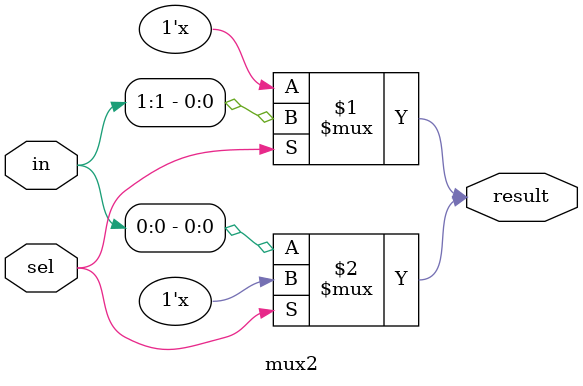
<source format=v>
module mux32 (out, sel, in);
	output out;
	input [4:0] sel;
	input [31:0] in;
	wire [3:0] connect;
	
	//4 8-input muxes composes the 32-input mux
	mux8 myMux8_3 (.result(connect[3]), .sel(sel[2:0]), .in(in[31:24]));
	mux8 myMux8_2 (.result(connect[2]), .sel(sel[2:0]), .in(in[23:16]));
	mux8 myMux8_1 (.result(connect[1]), .sel(sel[2:0]), .in(in[15:8]));
	mux8 myMux8_0 (.result(connect[0]), .sel(sel[2:0]), .in(in[7:0]));
	mux4 myMux4_connect (.result(out), .sel(sel[4:3]), .in(connect[3:0]));

endmodule

// 8-input mux, composed of 4 and 2 input muxes
module mux8 (result, sel, in);
	output result;
	input [2:0] sel;
	input [7:0] in;
	wire [1:0] connect;
	
	mux4 myMux4_1 (.result(connect[1]), .sel(sel[1:0]), .in(in[7:4]));
	mux4 myMux4_0 (.result(connect[0]), .sel(sel[1:0]), .in(in[3:0]));
	mux2 myMux2_connect (.result(result), .sel(sel[2]), .in(connect[1:0]));
	
endmodule

// 4-input mux, composed of 2-input muxes
module mux4 (result, sel, in);
	output result;
	input [1:0] sel;
	input [3:0] in;
	wire [1:0] connect;
	
	mux2 myMux2_1 (.result(connect[1]), .sel(sel[0]), .in(in[3:2]));
	mux2 myMux2_0 (.result(connect[0]), .sel(sel[0]), .in(in[1:0]));
	mux2 myMux2_connect (.result(result), .sel(sel[1]), .in(connect[1:0]));
	
endmodule

// 2-input mux
module mux2 (result, sel, in);
	output result;
	input sel;
	input [1:0] in;

	//A 2-input mux is simply two tristate buffers
	bufif1(result, in[1], sel);
	bufif0(result, in[0], sel);

endmodule
</source>
